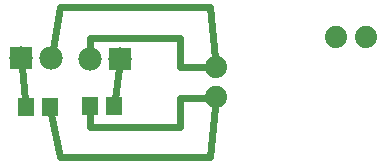
<source format=gtl>
G04 MADE WITH FRITZING*
G04 WWW.FRITZING.ORG*
G04 DOUBLE SIDED*
G04 HOLES PLATED*
G04 CONTOUR ON CENTER OF CONTOUR VECTOR*
%ASAXBY*%
%FSLAX23Y23*%
%MOIN*%
%OFA0B0*%
%SFA1.0B1.0*%
%ADD10C,0.074000*%
%ADD11C,0.078000*%
%ADD12R,0.078000X0.078000*%
%ADD13R,0.055118X0.059055*%
%ADD14C,0.024000*%
%ADD15R,0.001000X0.001000*%
%LNCOPPER1*%
G90*
G70*
G54D10*
X910Y362D03*
X910Y462D03*
X1310Y562D03*
X1410Y562D03*
X910Y362D03*
X910Y462D03*
X1310Y562D03*
X1410Y562D03*
G54D11*
X261Y492D03*
X361Y492D03*
X591Y490D03*
X491Y490D03*
G54D12*
X261Y492D03*
X591Y490D03*
G54D13*
X491Y333D03*
X572Y333D03*
X277Y331D03*
X358Y331D03*
G54D14*
X392Y162D02*
X491Y162D01*
D02*
X892Y162D02*
X907Y331D01*
D02*
X491Y162D02*
X892Y162D01*
D02*
X362Y307D02*
X392Y162D01*
D02*
X392Y662D02*
X892Y662D01*
D02*
X892Y662D02*
X907Y493D01*
D02*
X367Y522D02*
X392Y662D01*
D02*
X264Y462D02*
X274Y355D01*
D02*
X588Y461D02*
X575Y357D01*
D02*
X791Y262D02*
X791Y361D01*
D02*
X791Y361D02*
X879Y361D01*
D02*
X491Y262D02*
X791Y262D01*
D02*
X491Y309D02*
X491Y262D01*
D02*
X791Y561D02*
X791Y462D01*
D02*
X491Y561D02*
X791Y561D01*
D02*
X491Y521D02*
X491Y561D01*
D02*
X791Y462D02*
X879Y462D01*
G54D15*
D02*
G04 End of Copper1*
M02*
</source>
